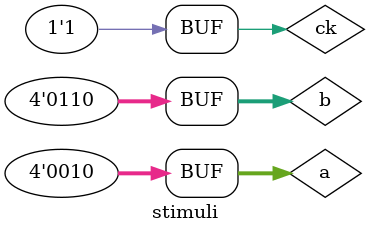
<source format=v>
`timescale 1ns / 1ps


module stimuli( );
reg [3:0] a,b;
reg ck;
wire [3:0] sum;
wire cout;

newadder dut(a,b,ck,sum,cout);

always
begin
   #10 ck=0;
   #10 ck=1;
end

initial
begin
         a=4;b=6;
    #10  a=3;b=5;
    #10  a=2;b=4;
    #10  a=2;b=6;
end

endmodule

</source>
